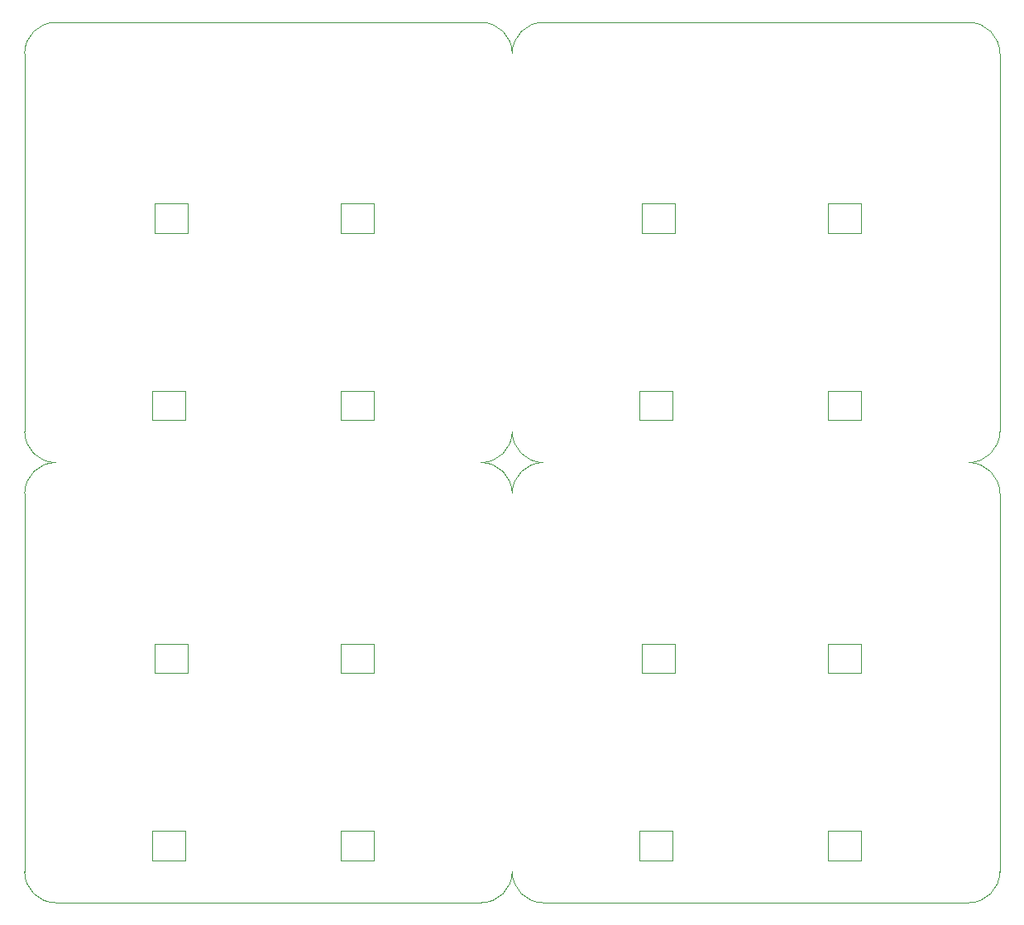
<source format=gm1>
%TF.GenerationSoftware,KiCad,Pcbnew,6.0.2+dfsg-1*%
%TF.CreationDate,2023-03-24T00:01:14+09:00*%
%TF.ProjectId,pcb-panel,7063622d-7061-46e6-956c-2e6b69636164,rev?*%
%TF.SameCoordinates,Original*%
%TF.FileFunction,Profile,NP*%
%FSLAX46Y46*%
G04 Gerber Fmt 4.6, Leading zero omitted, Abs format (unit mm)*
G04 Created by KiCad (PCBNEW 6.0.2+dfsg-1) date 2023-03-24 00:01:14*
%MOMM*%
%LPD*%
G01*
G04 APERTURE LIST*
%TA.AperFunction,Profile*%
%ADD10C,0.050000*%
%TD*%
%TA.AperFunction,Profile*%
%ADD11C,0.120000*%
%TD*%
G04 APERTURE END LIST*
D10*
X62484000Y-92075000D02*
G75*
G03*
X65659000Y-95250000I3175000J0D01*
G01*
X62484000Y-53340000D02*
X62484000Y-92075000D01*
X109220000Y-50165000D02*
X65659000Y-50165000D01*
X162306000Y-92075000D02*
X162306000Y-53340000D01*
X115570000Y-95250000D02*
G75*
G03*
X112395000Y-98425000I0J-3175000D01*
G01*
X159131000Y-95250000D02*
G75*
G03*
X162306000Y-92075000I0J3175000D01*
G01*
X115570000Y-140335000D02*
X159131000Y-140335000D01*
X112395000Y-92075000D02*
G75*
G03*
X115570000Y-95250000I3175000J0D01*
G01*
X62484000Y-98425000D02*
X62484000Y-137160000D01*
X162306000Y-98425000D02*
G75*
G03*
X159131000Y-95250000I-3175000J0D01*
G01*
X159131000Y-50165000D02*
X115570000Y-50165000D01*
X65659000Y-50165000D02*
G75*
G03*
X62484000Y-53340000I0J-3175000D01*
G01*
X159131000Y-140335000D02*
G75*
G03*
X162306000Y-137160000I0J3175000D01*
G01*
X112395000Y-137160000D02*
G75*
G03*
X115570000Y-140335000I3175000J0D01*
G01*
X109220000Y-95250000D02*
G75*
G03*
X112395000Y-92075000I0J3175000D01*
G01*
X115570000Y-50165000D02*
G75*
G03*
X112395000Y-53340000I0J-3175000D01*
G01*
X112395000Y-98425000D02*
G75*
G03*
X109220000Y-95250000I-3175000J0D01*
G01*
X65659000Y-140335000D02*
X109220000Y-140335000D01*
X109220000Y-140335000D02*
G75*
G03*
X112395000Y-137160000I0J3175000D01*
G01*
X65659000Y-95250000D02*
G75*
G03*
X62484000Y-98425000I0J-3175000D01*
G01*
X162306000Y-137160000D02*
X162306000Y-98425000D01*
X62484000Y-137160000D02*
G75*
G03*
X65659000Y-140335000I3175000J0D01*
G01*
X112395000Y-53340000D02*
G75*
G03*
X109220000Y-50165000I-3175000J0D01*
G01*
X162306000Y-53340000D02*
G75*
G03*
X159131000Y-50165000I-3175000J0D01*
G01*
D11*
X75770000Y-68731000D02*
X79170000Y-68731000D01*
X79170000Y-71731000D02*
X75770000Y-71731000D01*
X79170000Y-68731000D02*
X79170000Y-71731000D01*
X75770000Y-71731000D02*
X75770000Y-68731000D01*
X98220000Y-68731000D02*
X98220000Y-71731000D01*
X94820000Y-68731000D02*
X98220000Y-68731000D01*
X94820000Y-71731000D02*
X94820000Y-68731000D01*
X98220000Y-71731000D02*
X94820000Y-71731000D01*
X94820000Y-87908000D02*
X98220000Y-87908000D01*
X98220000Y-87908000D02*
X98220000Y-90908000D01*
X94820000Y-90908000D02*
X94820000Y-87908000D01*
X98220000Y-90908000D02*
X94820000Y-90908000D01*
X144731000Y-90908000D02*
X144731000Y-87908000D01*
X148131000Y-90908000D02*
X144731000Y-90908000D01*
X148131000Y-87908000D02*
X148131000Y-90908000D01*
X144731000Y-87908000D02*
X148131000Y-87908000D01*
X98220000Y-135993000D02*
X94820000Y-135993000D01*
X94820000Y-132993000D02*
X98220000Y-132993000D01*
X98220000Y-132993000D02*
X98220000Y-135993000D01*
X94820000Y-135993000D02*
X94820000Y-132993000D01*
X129081000Y-113816000D02*
X129081000Y-116816000D01*
X129081000Y-116816000D02*
X125681000Y-116816000D01*
X125681000Y-116816000D02*
X125681000Y-113816000D01*
X125681000Y-113816000D02*
X129081000Y-113816000D01*
X148131000Y-68731000D02*
X148131000Y-71731000D01*
X144731000Y-71731000D02*
X144731000Y-68731000D01*
X144731000Y-68731000D02*
X148131000Y-68731000D01*
X148131000Y-71731000D02*
X144731000Y-71731000D01*
X128827000Y-135993000D02*
X125427000Y-135993000D01*
X125427000Y-135993000D02*
X125427000Y-132993000D01*
X128827000Y-132993000D02*
X128827000Y-135993000D01*
X125427000Y-132993000D02*
X128827000Y-132993000D01*
X129081000Y-71731000D02*
X125681000Y-71731000D01*
X129081000Y-68731000D02*
X129081000Y-71731000D01*
X125681000Y-71731000D02*
X125681000Y-68731000D01*
X125681000Y-68731000D02*
X129081000Y-68731000D01*
X144731000Y-113816000D02*
X148131000Y-113816000D01*
X148131000Y-116816000D02*
X144731000Y-116816000D01*
X144731000Y-116816000D02*
X144731000Y-113816000D01*
X148131000Y-113816000D02*
X148131000Y-116816000D01*
X75516000Y-135993000D02*
X75516000Y-132993000D01*
X75516000Y-132993000D02*
X78916000Y-132993000D01*
X78916000Y-135993000D02*
X75516000Y-135993000D01*
X78916000Y-132993000D02*
X78916000Y-135993000D01*
X98220000Y-116816000D02*
X94820000Y-116816000D01*
X98220000Y-113816000D02*
X98220000Y-116816000D01*
X94820000Y-116816000D02*
X94820000Y-113816000D01*
X94820000Y-113816000D02*
X98220000Y-113816000D01*
X78916000Y-90908000D02*
X75516000Y-90908000D01*
X75516000Y-90908000D02*
X75516000Y-87908000D01*
X78916000Y-87908000D02*
X78916000Y-90908000D01*
X75516000Y-87908000D02*
X78916000Y-87908000D01*
X144731000Y-135993000D02*
X144731000Y-132993000D01*
X144731000Y-132993000D02*
X148131000Y-132993000D01*
X148131000Y-132993000D02*
X148131000Y-135993000D01*
X148131000Y-135993000D02*
X144731000Y-135993000D01*
X79170000Y-116816000D02*
X75770000Y-116816000D01*
X75770000Y-116816000D02*
X75770000Y-113816000D01*
X75770000Y-113816000D02*
X79170000Y-113816000D01*
X79170000Y-113816000D02*
X79170000Y-116816000D01*
X125427000Y-90908000D02*
X125427000Y-87908000D01*
X128827000Y-87908000D02*
X128827000Y-90908000D01*
X125427000Y-87908000D02*
X128827000Y-87908000D01*
X128827000Y-90908000D02*
X125427000Y-90908000D01*
M02*

</source>
